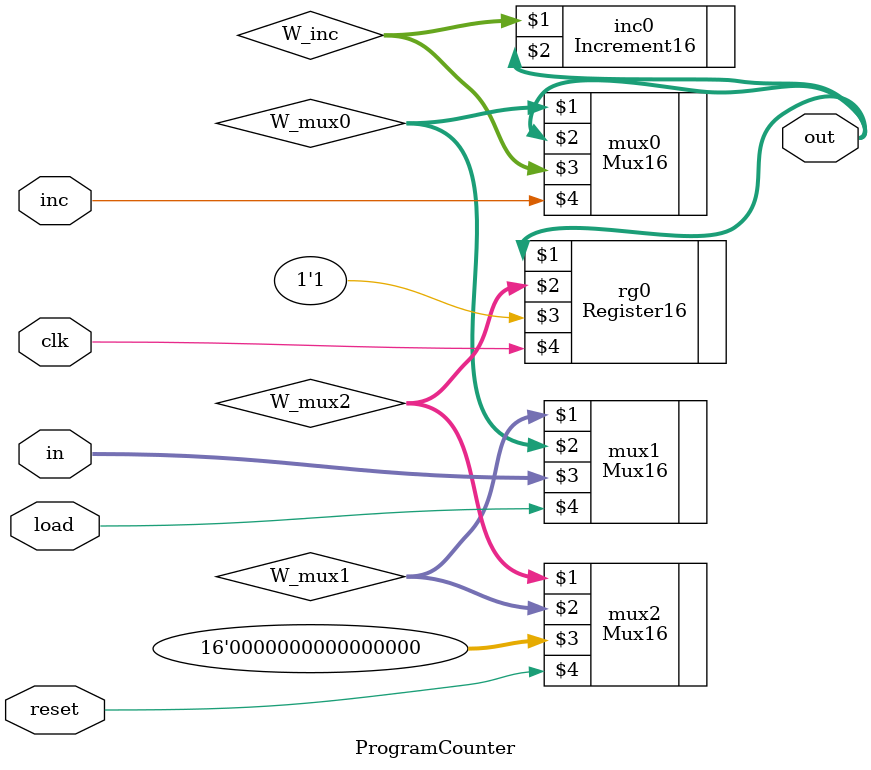
<source format=v>
/* módulo ProgramCounter */
/*Lucas Humberto Jesus de Lima - 12011ECP011*/

`ifndef _ProgramCounter_
`define _ProgramCounter_
`include "Mux16.v"
`include "Increment16.v"
`include "Register16.v"

module ProgramCounter(out, in, load, inc, reset, clk);
    input [15:0] in;
    input load, inc, reset, clk;
    output [15:0] out;
    wire [15:0] W_inc, W_mux0, W_mux1, W_mux2;

    Increment16 inc0(W_inc, out);

    Mux16 mux0(W_mux0, out, W_inc, inc);
    Mux16 mux1(W_mux1, W_mux0, in, load);
    Mux16 mux2(W_mux2, W_mux1, 16'b0000000000000000, reset);

    Register16 rg0(out, W_mux2, 1'b1, clk);

    // Descrição de conexões internas do módulo

endmodule

`endif
</source>
